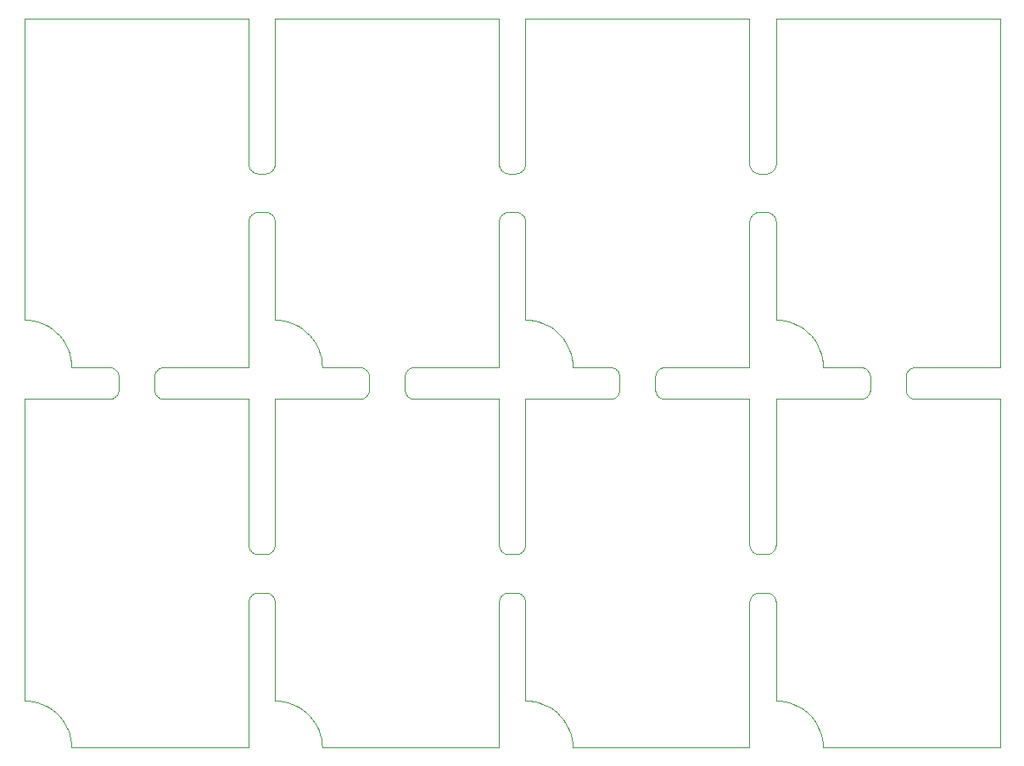
<source format=gko>
%MOIN*%
%OFA0B0*%
%FSLAX44Y44*%
%IPPOS*%
%LPD*%
%ADD10C,0*%
D10*
X00029289Y00009146D02*
X00029289Y00009146D01*
X00029289Y00014849D01*
X00025980Y00014849D01*
X00025949Y00014850D01*
X00025919Y00014854D01*
X00025888Y00014860D01*
X00025858Y00014868D01*
X00025829Y00014879D01*
X00025801Y00014892D01*
X00025774Y00014907D01*
X00025749Y00014924D01*
X00025724Y00014943D01*
X00025702Y00014964D01*
X00025681Y00014987D01*
X00025662Y00015011D01*
X00025644Y00015037D01*
X00025629Y00015064D01*
X00025616Y00015092D01*
X00025606Y00015121D01*
X00025597Y00015151D01*
X00025591Y00015181D01*
X00025588Y00015212D01*
X00025586Y00015243D01*
X00025586Y00015716D01*
X00025588Y00015747D01*
X00025591Y00015778D01*
X00025597Y00015808D01*
X00025606Y00015838D01*
X00025616Y00015867D01*
X00025629Y00015895D01*
X00025644Y00015922D01*
X00025662Y00015947D01*
X00025681Y00015972D01*
X00025702Y00015994D01*
X00025724Y00016015D01*
X00025749Y00016035D01*
X00025774Y00016052D01*
X00025801Y00016067D01*
X00025829Y00016080D01*
X00025858Y00016090D01*
X00025888Y00016099D01*
X00025919Y00016105D01*
X00025949Y00016109D01*
X00025980Y00016110D01*
X00029289Y00016110D01*
X00029289Y00021813D01*
X00029290Y00021844D01*
X00029294Y00021874D01*
X00029300Y00021905D01*
X00029309Y00021934D01*
X00029319Y00021963D01*
X00029332Y00021992D01*
X00029347Y00022018D01*
X00029364Y00022044D01*
X00029384Y00022068D01*
X00029405Y00022091D01*
X00029427Y00022112D01*
X00029452Y00022131D01*
X00029477Y00022148D01*
X00029504Y00022164D01*
X00029532Y00022177D01*
X00029561Y00022187D01*
X00029591Y00022196D01*
X00029621Y00022202D01*
X00029652Y00022205D01*
X00029683Y00022206D01*
X00029938Y00022206D01*
X00029969Y00022205D01*
X00030000Y00022202D01*
X00030030Y00022196D01*
X00030060Y00022187D01*
X00030089Y00022177D01*
X00030117Y00022164D01*
X00030144Y00022148D01*
X00030169Y00022131D01*
X00030194Y00022112D01*
X00030216Y00022091D01*
X00030237Y00022068D01*
X00030257Y00022044D01*
X00030274Y00022018D01*
X00030289Y00021992D01*
X00030302Y00021963D01*
X00030313Y00021934D01*
X00030321Y00021905D01*
X00030327Y00021874D01*
X00030331Y00021844D01*
X00030332Y00021813D01*
X00030332Y00017960D01*
X00030502Y00017952D01*
X00030672Y00017928D01*
X00030838Y00017889D01*
X00031000Y00017835D01*
X00031156Y00017766D01*
X00031306Y00017683D01*
X00031447Y00017586D01*
X00031578Y00017477D01*
X00031699Y00017356D01*
X00031808Y00017225D01*
X00031905Y00017084D01*
X00031988Y00016934D01*
X00032057Y00016778D01*
X00032111Y00016616D01*
X00032150Y00016450D01*
X00032174Y00016280D01*
X00032182Y00016110D01*
X00033641Y00016110D01*
X00033672Y00016109D01*
X00033703Y00016105D01*
X00033733Y00016099D01*
X00033763Y00016090D01*
X00033792Y00016080D01*
X00033820Y00016067D01*
X00033847Y00016052D01*
X00033872Y00016035D01*
X00033897Y00016015D01*
X00033919Y00015994D01*
X00033940Y00015972D01*
X00033959Y00015947D01*
X00033977Y00015922D01*
X00033992Y00015895D01*
X00034005Y00015867D01*
X00034015Y00015838D01*
X00034024Y00015808D01*
X00034030Y00015778D01*
X00034033Y00015747D01*
X00034035Y00015716D01*
X00034035Y00015243D01*
X00034033Y00015212D01*
X00034030Y00015181D01*
X00034024Y00015151D01*
X00034015Y00015121D01*
X00034005Y00015092D01*
X00033992Y00015064D01*
X00033977Y00015037D01*
X00033959Y00015011D01*
X00033940Y00014987D01*
X00033919Y00014964D01*
X00033897Y00014943D01*
X00033872Y00014924D01*
X00033847Y00014907D01*
X00033820Y00014892D01*
X00033792Y00014879D01*
X00033763Y00014868D01*
X00033733Y00014860D01*
X00033703Y00014854D01*
X00033672Y00014850D01*
X00033641Y00014849D01*
X00030332Y00014849D01*
X00030332Y00009146D01*
X00030331Y00009115D01*
X00030327Y00009084D01*
X00030321Y00009054D01*
X00030313Y00009024D01*
X00030302Y00008995D01*
X00030289Y00008967D01*
X00030274Y00008940D01*
X00030257Y00008915D01*
X00030237Y00008890D01*
X00030216Y00008868D01*
X00030194Y00008847D01*
X00030169Y00008828D01*
X00030144Y00008810D01*
X00030117Y00008795D01*
X00030089Y00008782D01*
X00030060Y00008772D01*
X00030030Y00008763D01*
X00030000Y00008757D01*
X00029969Y00008754D01*
X00029938Y00008752D01*
X00029683Y00008752D01*
X00029652Y00008754D01*
X00029621Y00008757D01*
X00029591Y00008763D01*
X00029561Y00008772D01*
X00029532Y00008782D01*
X00029504Y00008795D01*
X00029477Y00008810D01*
X00029452Y00008828D01*
X00029427Y00008847D01*
X00029405Y00008868D01*
X00029384Y00008890D01*
X00029364Y00008915D01*
X00029347Y00008940D01*
X00029332Y00008967D01*
X00029319Y00008995D01*
X00029309Y00009024D01*
X00029300Y00009054D01*
X00029294Y00009084D01*
X00029290Y00009115D01*
X00029289Y00009146D01*
X00019447Y00009146D02*
X00019447Y00009146D01*
X00019447Y00014849D01*
X00016138Y00014849D01*
X00016107Y00014850D01*
X00016076Y00014854D01*
X00016046Y00014860D01*
X00016016Y00014868D01*
X00015987Y00014879D01*
X00015959Y00014892D01*
X00015932Y00014907D01*
X00015906Y00014924D01*
X00015882Y00014943D01*
X00015859Y00014964D01*
X00015838Y00014987D01*
X00015819Y00015011D01*
X00015802Y00015037D01*
X00015787Y00015064D01*
X00015774Y00015092D01*
X00015763Y00015121D01*
X00015755Y00015151D01*
X00015749Y00015181D01*
X00015745Y00015212D01*
X00015744Y00015243D01*
X00015744Y00015716D01*
X00015745Y00015747D01*
X00015749Y00015778D01*
X00015755Y00015808D01*
X00015763Y00015838D01*
X00015774Y00015867D01*
X00015787Y00015895D01*
X00015802Y00015922D01*
X00015819Y00015947D01*
X00015838Y00015972D01*
X00015859Y00015994D01*
X00015882Y00016015D01*
X00015906Y00016035D01*
X00015932Y00016052D01*
X00015959Y00016067D01*
X00015987Y00016080D01*
X00016016Y00016090D01*
X00016046Y00016099D01*
X00016076Y00016105D01*
X00016107Y00016109D01*
X00016138Y00016110D01*
X00019447Y00016110D01*
X00019447Y00021813D01*
X00019448Y00021844D01*
X00019452Y00021874D01*
X00019458Y00021905D01*
X00019466Y00021934D01*
X00019477Y00021963D01*
X00019490Y00021992D01*
X00019505Y00022018D01*
X00019522Y00022044D01*
X00019541Y00022068D01*
X00019562Y00022091D01*
X00019585Y00022112D01*
X00019609Y00022131D01*
X00019635Y00022148D01*
X00019662Y00022164D01*
X00019690Y00022177D01*
X00019719Y00022187D01*
X00019749Y00022196D01*
X00019779Y00022202D01*
X00019810Y00022205D01*
X00019840Y00022206D01*
X00020096Y00022206D01*
X00020126Y00022205D01*
X00020157Y00022202D01*
X00020187Y00022196D01*
X00020217Y00022187D01*
X00020246Y00022177D01*
X00020274Y00022164D01*
X00020301Y00022148D01*
X00020327Y00022131D01*
X00020351Y00022112D01*
X00020374Y00022091D01*
X00020395Y00022068D01*
X00020414Y00022044D01*
X00020431Y00022018D01*
X00020446Y00021992D01*
X00020459Y00021963D01*
X00020470Y00021934D01*
X00020478Y00021905D01*
X00020484Y00021874D01*
X00020488Y00021844D01*
X00020489Y00021813D01*
X00020489Y00017960D01*
X00020660Y00017952D01*
X00020829Y00017928D01*
X00020996Y00017889D01*
X00021158Y00017835D01*
X00021314Y00017766D01*
X00021463Y00017683D01*
X00021604Y00017586D01*
X00021736Y00017477D01*
X00021856Y00017356D01*
X00021966Y00017225D01*
X00022062Y00017084D01*
X00022145Y00016934D01*
X00022214Y00016778D01*
X00022269Y00016616D01*
X00022308Y00016450D01*
X00022331Y00016280D01*
X00022339Y00016110D01*
X00023798Y00016110D01*
X00023829Y00016109D01*
X00023860Y00016105D01*
X00023890Y00016099D01*
X00023920Y00016090D01*
X00023949Y00016080D01*
X00023977Y00016067D01*
X00024004Y00016052D01*
X00024030Y00016035D01*
X00024054Y00016015D01*
X00024077Y00015994D01*
X00024098Y00015972D01*
X00024117Y00015947D01*
X00024134Y00015922D01*
X00024149Y00015895D01*
X00024162Y00015867D01*
X00024173Y00015838D01*
X00024181Y00015808D01*
X00024187Y00015778D01*
X00024191Y00015747D01*
X00024192Y00015716D01*
X00024192Y00015243D01*
X00024191Y00015212D01*
X00024187Y00015181D01*
X00024181Y00015151D01*
X00024173Y00015121D01*
X00024162Y00015092D01*
X00024149Y00015064D01*
X00024134Y00015037D01*
X00024117Y00015011D01*
X00024098Y00014987D01*
X00024077Y00014964D01*
X00024054Y00014943D01*
X00024030Y00014924D01*
X00024004Y00014907D01*
X00023977Y00014892D01*
X00023949Y00014879D01*
X00023920Y00014868D01*
X00023890Y00014860D01*
X00023860Y00014854D01*
X00023829Y00014850D01*
X00023798Y00014849D01*
X00020489Y00014849D01*
X00020489Y00009146D01*
X00020488Y00009115D01*
X00020484Y00009084D01*
X00020478Y00009054D01*
X00020470Y00009024D01*
X00020459Y00008995D01*
X00020446Y00008967D01*
X00020431Y00008940D01*
X00020414Y00008915D01*
X00020395Y00008890D01*
X00020374Y00008868D01*
X00020351Y00008847D01*
X00020327Y00008828D01*
X00020301Y00008810D01*
X00020274Y00008795D01*
X00020246Y00008782D01*
X00020217Y00008772D01*
X00020187Y00008763D01*
X00020157Y00008757D01*
X00020126Y00008754D01*
X00020096Y00008752D01*
X00019840Y00008752D01*
X00019810Y00008754D01*
X00019779Y00008757D01*
X00019749Y00008763D01*
X00019719Y00008772D01*
X00019690Y00008782D01*
X00019662Y00008795D01*
X00019635Y00008810D01*
X00019609Y00008828D01*
X00019585Y00008847D01*
X00019562Y00008868D01*
X00019541Y00008890D01*
X00019522Y00008915D01*
X00019505Y00008940D01*
X00019490Y00008967D01*
X00019477Y00008995D01*
X00019466Y00009024D01*
X00019458Y00009054D01*
X00019452Y00009084D01*
X00019448Y00009115D01*
X00019447Y00009146D01*
X00009604Y00009146D02*
X00009604Y00009146D01*
X00009604Y00014849D01*
X00006295Y00014849D01*
X00006264Y00014850D01*
X00006233Y00014854D01*
X00006203Y00014860D01*
X00006173Y00014868D01*
X00006144Y00014879D01*
X00006116Y00014892D01*
X00006089Y00014907D01*
X00006064Y00014924D01*
X00006039Y00014943D01*
X00006017Y00014964D01*
X00005996Y00014987D01*
X00005977Y00015011D01*
X00005959Y00015037D01*
X00005944Y00015064D01*
X00005931Y00015092D01*
X00005921Y00015121D01*
X00005912Y00015151D01*
X00005906Y00015181D01*
X00005903Y00015212D01*
X00005901Y00015243D01*
X00005901Y00015716D01*
X00005903Y00015747D01*
X00005906Y00015778D01*
X00005912Y00015808D01*
X00005921Y00015838D01*
X00005931Y00015867D01*
X00005944Y00015895D01*
X00005959Y00015922D01*
X00005977Y00015947D01*
X00005996Y00015972D01*
X00006017Y00015994D01*
X00006039Y00016015D01*
X00006064Y00016035D01*
X00006089Y00016052D01*
X00006116Y00016067D01*
X00006144Y00016080D01*
X00006173Y00016090D01*
X00006203Y00016099D01*
X00006233Y00016105D01*
X00006264Y00016109D01*
X00006295Y00016110D01*
X00009604Y00016110D01*
X00009604Y00021813D01*
X00009605Y00021844D01*
X00009609Y00021874D01*
X00009615Y00021905D01*
X00009623Y00021934D01*
X00009634Y00021963D01*
X00009647Y00021992D01*
X00009662Y00022018D01*
X00009679Y00022044D01*
X00009699Y00022068D01*
X00009720Y00022091D01*
X00009742Y00022112D01*
X00009767Y00022131D01*
X00009792Y00022148D01*
X00009819Y00022164D01*
X00009847Y00022177D01*
X00009876Y00022187D01*
X00009906Y00022196D01*
X00009936Y00022202D01*
X00009967Y00022205D01*
X00009998Y00022206D01*
X00010253Y00022206D01*
X00010284Y00022205D01*
X00010315Y00022202D01*
X00010345Y00022196D01*
X00010375Y00022187D01*
X00010404Y00022177D01*
X00010432Y00022164D01*
X00010459Y00022148D01*
X00010484Y00022131D01*
X00010509Y00022112D01*
X00010531Y00022091D01*
X00010552Y00022068D01*
X00010572Y00022044D01*
X00010589Y00022018D01*
X00010604Y00021992D01*
X00010617Y00021963D01*
X00010627Y00021934D01*
X00010636Y00021905D01*
X00010642Y00021874D01*
X00010646Y00021844D01*
X00010647Y00021813D01*
X00010647Y00017960D01*
X00010817Y00017952D01*
X00010987Y00017928D01*
X00011153Y00017889D01*
X00011315Y00017835D01*
X00011471Y00017766D01*
X00011621Y00017683D01*
X00011762Y00017586D01*
X00011893Y00017477D01*
X00012014Y00017356D01*
X00012123Y00017225D01*
X00012220Y00017084D01*
X00012303Y00016934D01*
X00012372Y00016778D01*
X00012426Y00016616D01*
X00012465Y00016450D01*
X00012489Y00016280D01*
X00012497Y00016110D01*
X00013956Y00016110D01*
X00013987Y00016109D01*
X00014018Y00016105D01*
X00014048Y00016099D01*
X00014078Y00016090D01*
X00014107Y00016080D01*
X00014135Y00016067D01*
X00014162Y00016052D01*
X00014187Y00016035D01*
X00014212Y00016015D01*
X00014234Y00015994D01*
X00014255Y00015972D01*
X00014274Y00015947D01*
X00014292Y00015922D01*
X00014307Y00015895D01*
X00014320Y00015867D01*
X00014330Y00015838D01*
X00014339Y00015808D01*
X00014345Y00015778D01*
X00014348Y00015747D01*
X00014350Y00015716D01*
X00014350Y00015243D01*
X00014348Y00015212D01*
X00014345Y00015181D01*
X00014339Y00015151D01*
X00014330Y00015121D01*
X00014320Y00015092D01*
X00014307Y00015064D01*
X00014292Y00015037D01*
X00014274Y00015011D01*
X00014255Y00014987D01*
X00014234Y00014964D01*
X00014212Y00014943D01*
X00014187Y00014924D01*
X00014162Y00014907D01*
X00014135Y00014892D01*
X00014107Y00014879D01*
X00014078Y00014868D01*
X00014048Y00014860D01*
X00014018Y00014854D01*
X00013987Y00014850D01*
X00013956Y00014849D01*
X00010647Y00014849D01*
X00010647Y00009146D01*
X00010646Y00009115D01*
X00010642Y00009084D01*
X00010636Y00009054D01*
X00010627Y00009024D01*
X00010617Y00008995D01*
X00010604Y00008967D01*
X00010589Y00008940D01*
X00010572Y00008915D01*
X00010552Y00008890D01*
X00010531Y00008868D01*
X00010509Y00008847D01*
X00010484Y00008828D01*
X00010459Y00008810D01*
X00010432Y00008795D01*
X00010404Y00008782D01*
X00010375Y00008772D01*
X00010345Y00008763D01*
X00010315Y00008757D01*
X00010284Y00008754D01*
X00010253Y00008752D01*
X00009998Y00008752D01*
X00009967Y00008754D01*
X00009936Y00008757D01*
X00009906Y00008763D01*
X00009876Y00008772D01*
X00009847Y00008782D01*
X00009819Y00008795D01*
X00009792Y00008810D01*
X00009767Y00008828D01*
X00009742Y00008847D01*
X00009720Y00008868D01*
X00009699Y00008890D01*
X00009679Y00008915D01*
X00009662Y00008940D01*
X00009647Y00008967D01*
X00009634Y00008995D01*
X00009623Y00009024D01*
X00009615Y00009054D01*
X00009609Y00009084D01*
X00009605Y00009115D01*
X00009604Y00009146D01*
X00002654Y00001149D02*
X00002654Y00001149D01*
X00009604Y00001149D01*
X00009604Y00006852D01*
X00009605Y00006883D01*
X00009609Y00006914D01*
X00009615Y00006944D01*
X00009623Y00006974D01*
X00009634Y00007003D01*
X00009647Y00007031D01*
X00009662Y00007058D01*
X00009679Y00007084D01*
X00009699Y00007108D01*
X00009720Y00007131D01*
X00009742Y00007152D01*
X00009767Y00007171D01*
X00009792Y00007188D01*
X00009819Y00007203D01*
X00009847Y00007216D01*
X00009876Y00007227D01*
X00009906Y00007235D01*
X00009936Y00007241D01*
X00009967Y00007245D01*
X00009998Y00007246D01*
X00010253Y00007246D01*
X00010284Y00007245D01*
X00010315Y00007241D01*
X00010345Y00007235D01*
X00010375Y00007227D01*
X00010404Y00007216D01*
X00010432Y00007203D01*
X00010459Y00007188D01*
X00010484Y00007171D01*
X00010509Y00007152D01*
X00010531Y00007131D01*
X00010552Y00007108D01*
X00010572Y00007084D01*
X00010589Y00007058D01*
X00010604Y00007031D01*
X00010617Y00007003D01*
X00010627Y00006974D01*
X00010636Y00006944D01*
X00010642Y00006914D01*
X00010646Y00006883D01*
X00010647Y00006852D01*
X00010647Y00002999D01*
X00010817Y00002991D01*
X00010987Y00002968D01*
X00011153Y00002928D01*
X00011315Y00002874D01*
X00011471Y00002805D01*
X00011621Y00002722D01*
X00011762Y00002625D01*
X00011893Y00002516D01*
X00012014Y00002395D01*
X00012123Y00002264D01*
X00012220Y00002123D01*
X00012303Y00001974D01*
X00012372Y00001817D01*
X00012426Y00001655D01*
X00012465Y00001489D01*
X00012489Y00001320D01*
X00012497Y00001149D01*
X00019447Y00001149D01*
X00019447Y00006852D01*
X00019448Y00006883D01*
X00019452Y00006914D01*
X00019458Y00006944D01*
X00019466Y00006974D01*
X00019477Y00007003D01*
X00019490Y00007031D01*
X00019505Y00007058D01*
X00019522Y00007084D01*
X00019541Y00007108D01*
X00019562Y00007131D01*
X00019585Y00007152D01*
X00019609Y00007171D01*
X00019635Y00007188D01*
X00019662Y00007203D01*
X00019690Y00007216D01*
X00019719Y00007227D01*
X00019749Y00007235D01*
X00019779Y00007241D01*
X00019810Y00007245D01*
X00019840Y00007246D01*
X00020096Y00007246D01*
X00020126Y00007245D01*
X00020157Y00007241D01*
X00020187Y00007235D01*
X00020217Y00007227D01*
X00020246Y00007216D01*
X00020274Y00007203D01*
X00020301Y00007188D01*
X00020327Y00007171D01*
X00020351Y00007152D01*
X00020374Y00007131D01*
X00020395Y00007108D01*
X00020414Y00007084D01*
X00020431Y00007058D01*
X00020446Y00007031D01*
X00020459Y00007003D01*
X00020470Y00006974D01*
X00020478Y00006944D01*
X00020484Y00006914D01*
X00020488Y00006883D01*
X00020489Y00006852D01*
X00020489Y00002999D01*
X00020660Y00002991D01*
X00020829Y00002968D01*
X00020996Y00002928D01*
X00021158Y00002874D01*
X00021314Y00002805D01*
X00021463Y00002722D01*
X00021604Y00002625D01*
X00021736Y00002516D01*
X00021856Y00002395D01*
X00021966Y00002264D01*
X00022062Y00002123D01*
X00022145Y00001974D01*
X00022214Y00001817D01*
X00022269Y00001655D01*
X00022308Y00001489D01*
X00022331Y00001320D01*
X00022339Y00001149D01*
X00029289Y00001149D01*
X00029289Y00006852D01*
X00029290Y00006883D01*
X00029294Y00006914D01*
X00029300Y00006944D01*
X00029309Y00006974D01*
X00029319Y00007003D01*
X00029332Y00007031D01*
X00029347Y00007058D01*
X00029364Y00007084D01*
X00029384Y00007108D01*
X00029405Y00007131D01*
X00029427Y00007152D01*
X00029452Y00007171D01*
X00029477Y00007188D01*
X00029504Y00007203D01*
X00029532Y00007216D01*
X00029561Y00007227D01*
X00029591Y00007235D01*
X00029621Y00007241D01*
X00029652Y00007245D01*
X00029683Y00007246D01*
X00029938Y00007246D01*
X00029969Y00007245D01*
X00030000Y00007241D01*
X00030030Y00007235D01*
X00030060Y00007227D01*
X00030089Y00007216D01*
X00030117Y00007203D01*
X00030144Y00007188D01*
X00030169Y00007171D01*
X00030194Y00007152D01*
X00030216Y00007131D01*
X00030237Y00007108D01*
X00030257Y00007084D01*
X00030274Y00007058D01*
X00030289Y00007031D01*
X00030302Y00007003D01*
X00030313Y00006974D01*
X00030321Y00006944D01*
X00030327Y00006914D01*
X00030331Y00006883D01*
X00030332Y00006852D01*
X00030332Y00002999D01*
X00030502Y00002991D01*
X00030672Y00002968D01*
X00030838Y00002928D01*
X00031000Y00002874D01*
X00031156Y00002805D01*
X00031306Y00002722D01*
X00031447Y00002625D01*
X00031578Y00002516D01*
X00031699Y00002395D01*
X00031808Y00002264D01*
X00031905Y00002123D01*
X00031988Y00001974D01*
X00032057Y00001817D01*
X00032111Y00001655D01*
X00032150Y00001489D01*
X00032174Y00001320D01*
X00032182Y00001149D01*
X00039132Y00001149D01*
X00039132Y00014849D01*
X00035823Y00014849D01*
X00035792Y00014850D01*
X00035761Y00014854D01*
X00035731Y00014860D01*
X00035701Y00014868D01*
X00035672Y00014879D01*
X00035644Y00014892D01*
X00035617Y00014907D01*
X00035591Y00014924D01*
X00035567Y00014943D01*
X00035544Y00014964D01*
X00035523Y00014987D01*
X00035504Y00015011D01*
X00035487Y00015037D01*
X00035472Y00015064D01*
X00035459Y00015092D01*
X00035448Y00015121D01*
X00035440Y00015151D01*
X00035434Y00015181D01*
X00035430Y00015212D01*
X00035429Y00015243D01*
X00035429Y00015716D01*
X00035430Y00015747D01*
X00035434Y00015778D01*
X00035440Y00015808D01*
X00035448Y00015838D01*
X00035459Y00015867D01*
X00035472Y00015895D01*
X00035487Y00015922D01*
X00035504Y00015947D01*
X00035523Y00015972D01*
X00035544Y00015994D01*
X00035567Y00016015D01*
X00035591Y00016035D01*
X00035617Y00016052D01*
X00035644Y00016067D01*
X00035672Y00016080D01*
X00035701Y00016090D01*
X00035731Y00016099D01*
X00035761Y00016105D01*
X00035792Y00016109D01*
X00035823Y00016110D01*
X00039132Y00016110D01*
X00039132Y00029810D01*
X00030332Y00029810D01*
X00030332Y00024107D01*
X00030331Y00024076D01*
X00030327Y00024045D01*
X00030321Y00024015D01*
X00030313Y00023985D01*
X00030302Y00023956D01*
X00030289Y00023928D01*
X00030274Y00023901D01*
X00030257Y00023875D01*
X00030237Y00023851D01*
X00030216Y00023828D01*
X00030194Y00023807D01*
X00030169Y00023788D01*
X00030144Y00023771D01*
X00030117Y00023756D01*
X00030089Y00023743D01*
X00030060Y00023732D01*
X00030030Y00023724D01*
X00030000Y00023718D01*
X00029969Y00023714D01*
X00029938Y00023713D01*
X00029683Y00023713D01*
X00029652Y00023714D01*
X00029621Y00023718D01*
X00029591Y00023724D01*
X00029561Y00023732D01*
X00029532Y00023743D01*
X00029504Y00023756D01*
X00029477Y00023771D01*
X00029452Y00023788D01*
X00029427Y00023807D01*
X00029405Y00023828D01*
X00029384Y00023851D01*
X00029364Y00023875D01*
X00029347Y00023901D01*
X00029332Y00023928D01*
X00029319Y00023956D01*
X00029309Y00023985D01*
X00029300Y00024015D01*
X00029294Y00024045D01*
X00029290Y00024076D01*
X00029289Y00024107D01*
X00029289Y00029810D01*
X00020489Y00029810D01*
X00020489Y00024107D01*
X00020488Y00024076D01*
X00020484Y00024045D01*
X00020478Y00024015D01*
X00020470Y00023985D01*
X00020459Y00023956D01*
X00020446Y00023928D01*
X00020431Y00023901D01*
X00020414Y00023875D01*
X00020395Y00023851D01*
X00020374Y00023828D01*
X00020351Y00023807D01*
X00020327Y00023788D01*
X00020301Y00023771D01*
X00020274Y00023756D01*
X00020246Y00023743D01*
X00020217Y00023732D01*
X00020187Y00023724D01*
X00020157Y00023718D01*
X00020126Y00023714D01*
X00020096Y00023713D01*
X00019840Y00023713D01*
X00019810Y00023714D01*
X00019779Y00023718D01*
X00019749Y00023724D01*
X00019719Y00023732D01*
X00019690Y00023743D01*
X00019662Y00023756D01*
X00019635Y00023771D01*
X00019609Y00023788D01*
X00019585Y00023807D01*
X00019562Y00023828D01*
X00019541Y00023851D01*
X00019522Y00023875D01*
X00019505Y00023901D01*
X00019490Y00023928D01*
X00019477Y00023956D01*
X00019466Y00023985D01*
X00019458Y00024015D01*
X00019452Y00024045D01*
X00019448Y00024076D01*
X00019447Y00024107D01*
X00019447Y00029810D01*
X00010647Y00029810D01*
X00010647Y00024107D01*
X00010646Y00024076D01*
X00010642Y00024045D01*
X00010636Y00024015D01*
X00010627Y00023985D01*
X00010617Y00023956D01*
X00010604Y00023928D01*
X00010589Y00023901D01*
X00010572Y00023875D01*
X00010552Y00023851D01*
X00010531Y00023828D01*
X00010509Y00023807D01*
X00010484Y00023788D01*
X00010459Y00023771D01*
X00010432Y00023756D01*
X00010404Y00023743D01*
X00010375Y00023732D01*
X00010345Y00023724D01*
X00010315Y00023718D01*
X00010284Y00023714D01*
X00010253Y00023713D01*
X00009998Y00023713D01*
X00009967Y00023714D01*
X00009936Y00023718D01*
X00009906Y00023724D01*
X00009876Y00023732D01*
X00009847Y00023743D01*
X00009819Y00023756D01*
X00009792Y00023771D01*
X00009767Y00023788D01*
X00009742Y00023807D01*
X00009720Y00023828D01*
X00009699Y00023851D01*
X00009679Y00023875D01*
X00009662Y00023901D01*
X00009647Y00023928D01*
X00009634Y00023956D01*
X00009623Y00023985D01*
X00009615Y00024015D01*
X00009609Y00024045D01*
X00009605Y00024076D01*
X00009604Y00024107D01*
X00009604Y00029810D01*
X00000804Y00029810D01*
X00000804Y00017960D01*
X00000975Y00017952D01*
X00001144Y00017928D01*
X00001310Y00017889D01*
X00001473Y00017835D01*
X00001629Y00017766D01*
X00001778Y00017683D01*
X00001919Y00017586D01*
X00002051Y00017477D01*
X00002171Y00017356D01*
X00002281Y00017225D01*
X00002377Y00017084D01*
X00002460Y00016934D01*
X00002529Y00016778D01*
X00002584Y00016616D01*
X00002623Y00016450D01*
X00002646Y00016280D01*
X00002654Y00016110D01*
X00004113Y00016110D01*
X00004144Y00016109D01*
X00004175Y00016105D01*
X00004205Y00016099D01*
X00004235Y00016090D01*
X00004264Y00016080D01*
X00004292Y00016067D01*
X00004319Y00016052D01*
X00004345Y00016035D01*
X00004369Y00016015D01*
X00004392Y00015994D01*
X00004413Y00015972D01*
X00004432Y00015947D01*
X00004449Y00015922D01*
X00004464Y00015895D01*
X00004477Y00015867D01*
X00004488Y00015838D01*
X00004496Y00015808D01*
X00004502Y00015778D01*
X00004506Y00015747D01*
X00004507Y00015716D01*
X00004507Y00015243D01*
X00004506Y00015212D01*
X00004502Y00015181D01*
X00004496Y00015151D01*
X00004488Y00015121D01*
X00004477Y00015092D01*
X00004464Y00015064D01*
X00004449Y00015037D01*
X00004432Y00015011D01*
X00004413Y00014987D01*
X00004392Y00014964D01*
X00004369Y00014943D01*
X00004345Y00014924D01*
X00004319Y00014907D01*
X00004292Y00014892D01*
X00004264Y00014879D01*
X00004235Y00014868D01*
X00004205Y00014860D01*
X00004175Y00014854D01*
X00004144Y00014850D01*
X00004113Y00014849D01*
X00000804Y00014849D01*
X00000804Y00002999D01*
X00000975Y00002991D01*
X00001144Y00002968D01*
X00001310Y00002928D01*
X00001473Y00002874D01*
X00001629Y00002805D01*
X00001778Y00002722D01*
X00001919Y00002625D01*
X00002051Y00002516D01*
X00002171Y00002395D01*
X00002281Y00002264D01*
X00002377Y00002123D01*
X00002460Y00001974D01*
X00002529Y00001817D01*
X00002584Y00001655D01*
X00002623Y00001489D01*
X00002646Y00001320D01*
X00002654Y00001149D01*
M02*
</source>
